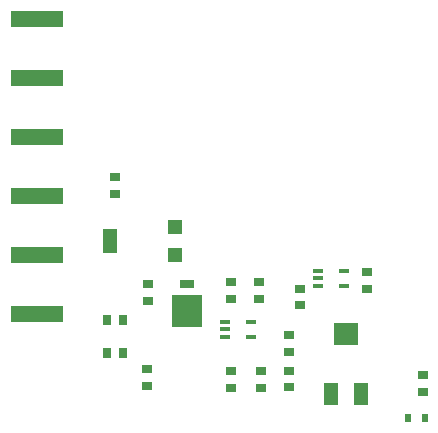
<source format=gtp>
G04 Layer_Color=8421504*
%FSLAX44Y44*%
%MOMM*%
G71*
G01*
G75*
%ADD10R,2.0000X1.9000*%
%ADD11R,1.3000X1.9000*%
%ADD12R,2.5400X2.6700*%
%ADD13R,1.2700X0.7620*%
%ADD14R,0.7000X0.9000*%
%ADD15R,1.3000X2.0000*%
%ADD16R,1.2000X1.3000*%
%ADD17R,1.3000X1.3000*%
%ADD18R,0.9000X0.7000*%
%ADD19R,0.9500X0.3000*%
%ADD20R,0.5000X0.8000*%
%ADD21R,4.5000X1.4000*%
D10*
X626310Y430730D02*
D03*
D11*
X638810Y379730D02*
D03*
X613810D02*
D03*
D12*
X491490Y449580D02*
D03*
D13*
Y473075D02*
D03*
D14*
X437530Y414020D02*
D03*
X423530D02*
D03*
Y441960D02*
D03*
X437530D02*
D03*
D15*
X426330Y509200D02*
D03*
D16*
X481330Y497700D02*
D03*
D17*
Y520700D02*
D03*
D18*
X643890Y482630D02*
D03*
Y468630D02*
D03*
X690880Y381620D02*
D03*
Y395620D02*
D03*
X586740Y468660D02*
D03*
Y454660D02*
D03*
X577850Y385430D02*
D03*
Y399430D02*
D03*
X577850Y415260D02*
D03*
Y429260D02*
D03*
X552450Y474360D02*
D03*
Y460360D02*
D03*
X528320Y460360D02*
D03*
Y474360D02*
D03*
X528320Y384810D02*
D03*
Y398810D02*
D03*
X553720Y384810D02*
D03*
Y398810D02*
D03*
X458470Y472440D02*
D03*
Y458440D02*
D03*
X457200Y400700D02*
D03*
Y386700D02*
D03*
X430530Y563260D02*
D03*
Y549260D02*
D03*
D19*
X602410Y477520D02*
D03*
Y471020D02*
D03*
Y484020D02*
D03*
X624410D02*
D03*
Y471020D02*
D03*
X523670Y434340D02*
D03*
Y427840D02*
D03*
Y440840D02*
D03*
X545670D02*
D03*
Y427840D02*
D03*
D20*
X678180Y359410D02*
D03*
X693180D02*
D03*
D21*
X364490Y547370D02*
D03*
Y497370D02*
D03*
Y447370D02*
D03*
Y597370D02*
D03*
Y647370D02*
D03*
Y697370D02*
D03*
M02*

</source>
